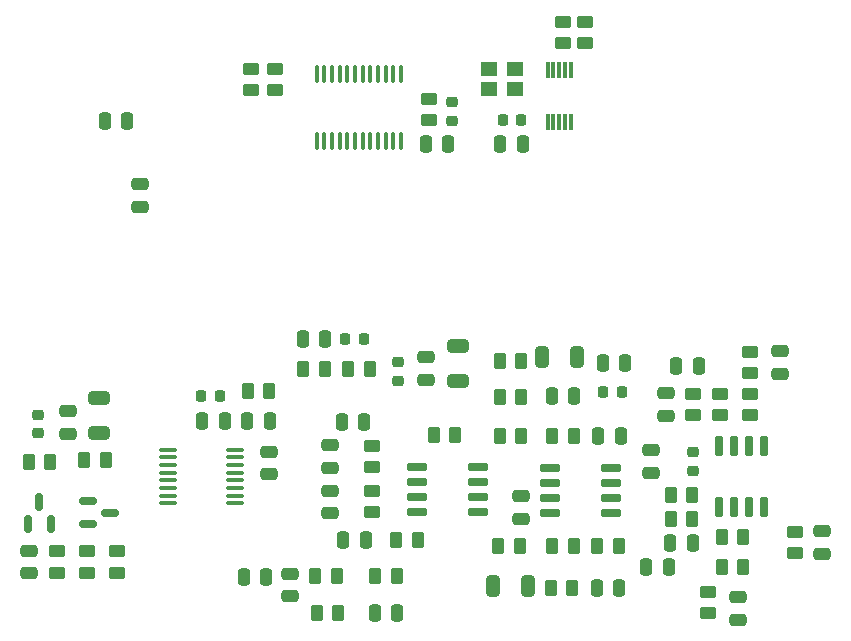
<source format=gbr>
%TF.GenerationSoftware,KiCad,Pcbnew,(6.0.9)*%
%TF.CreationDate,2023-05-20T11:21:48+02:00*%
%TF.ProjectId,sdrt41,73647274-3431-42e6-9b69-6361645f7063,rev?*%
%TF.SameCoordinates,Original*%
%TF.FileFunction,Paste,Top*%
%TF.FilePolarity,Positive*%
%FSLAX46Y46*%
G04 Gerber Fmt 4.6, Leading zero omitted, Abs format (unit mm)*
G04 Created by KiCad (PCBNEW (6.0.9)) date 2023-05-20 11:21:48*
%MOMM*%
%LPD*%
G01*
G04 APERTURE LIST*
G04 Aperture macros list*
%AMRoundRect*
0 Rectangle with rounded corners*
0 $1 Rounding radius*
0 $2 $3 $4 $5 $6 $7 $8 $9 X,Y pos of 4 corners*
0 Add a 4 corners polygon primitive as box body*
4,1,4,$2,$3,$4,$5,$6,$7,$8,$9,$2,$3,0*
0 Add four circle primitives for the rounded corners*
1,1,$1+$1,$2,$3*
1,1,$1+$1,$4,$5*
1,1,$1+$1,$6,$7*
1,1,$1+$1,$8,$9*
0 Add four rect primitives between the rounded corners*
20,1,$1+$1,$2,$3,$4,$5,0*
20,1,$1+$1,$4,$5,$6,$7,0*
20,1,$1+$1,$6,$7,$8,$9,0*
20,1,$1+$1,$8,$9,$2,$3,0*%
G04 Aperture macros list end*
%ADD10RoundRect,0.250000X-0.450000X0.262500X-0.450000X-0.262500X0.450000X-0.262500X0.450000X0.262500X0*%
%ADD11RoundRect,0.250000X-0.475000X0.250000X-0.475000X-0.250000X0.475000X-0.250000X0.475000X0.250000X0*%
%ADD12RoundRect,0.250000X0.475000X-0.250000X0.475000X0.250000X-0.475000X0.250000X-0.475000X-0.250000X0*%
%ADD13RoundRect,0.250000X-0.262500X-0.450000X0.262500X-0.450000X0.262500X0.450000X-0.262500X0.450000X0*%
%ADD14RoundRect,0.250000X0.325000X0.650000X-0.325000X0.650000X-0.325000X-0.650000X0.325000X-0.650000X0*%
%ADD15RoundRect,0.250000X0.262500X0.450000X-0.262500X0.450000X-0.262500X-0.450000X0.262500X-0.450000X0*%
%ADD16RoundRect,0.250000X-0.650000X0.325000X-0.650000X-0.325000X0.650000X-0.325000X0.650000X0.325000X0*%
%ADD17RoundRect,0.250000X-0.250000X-0.475000X0.250000X-0.475000X0.250000X0.475000X-0.250000X0.475000X0*%
%ADD18RoundRect,0.250000X0.250000X0.475000X-0.250000X0.475000X-0.250000X-0.475000X0.250000X-0.475000X0*%
%ADD19R,0.300000X1.400000*%
%ADD20RoundRect,0.150000X0.150000X-0.587500X0.150000X0.587500X-0.150000X0.587500X-0.150000X-0.587500X0*%
%ADD21RoundRect,0.218750X0.218750X0.256250X-0.218750X0.256250X-0.218750X-0.256250X0.218750X-0.256250X0*%
%ADD22RoundRect,0.250000X0.450000X-0.262500X0.450000X0.262500X-0.450000X0.262500X-0.450000X-0.262500X0*%
%ADD23RoundRect,0.218750X-0.256250X0.218750X-0.256250X-0.218750X0.256250X-0.218750X0.256250X0.218750X0*%
%ADD24RoundRect,0.150000X0.150000X-0.725000X0.150000X0.725000X-0.150000X0.725000X-0.150000X-0.725000X0*%
%ADD25RoundRect,0.100000X-0.637500X-0.100000X0.637500X-0.100000X0.637500X0.100000X-0.637500X0.100000X0*%
%ADD26R,1.400000X1.200000*%
%ADD27RoundRect,0.250000X-0.325000X-0.650000X0.325000X-0.650000X0.325000X0.650000X-0.325000X0.650000X0*%
%ADD28RoundRect,0.150000X-0.725000X-0.150000X0.725000X-0.150000X0.725000X0.150000X-0.725000X0.150000X0*%
%ADD29RoundRect,0.218750X-0.218750X-0.256250X0.218750X-0.256250X0.218750X0.256250X-0.218750X0.256250X0*%
%ADD30RoundRect,0.150000X0.725000X0.150000X-0.725000X0.150000X-0.725000X-0.150000X0.725000X-0.150000X0*%
%ADD31RoundRect,0.100000X-0.100000X0.637500X-0.100000X-0.637500X0.100000X-0.637500X0.100000X0.637500X0*%
%ADD32RoundRect,0.150000X-0.587500X-0.150000X0.587500X-0.150000X0.587500X0.150000X-0.587500X0.150000X0*%
G04 APERTURE END LIST*
D10*
%TO.C,R18*%
X96520000Y-64850000D03*
X96520000Y-66675000D03*
%TD*%
%TO.C,R15*%
X98425000Y-64850000D03*
X98425000Y-66675000D03*
%TD*%
D11*
%TO.C,C37*%
X118491000Y-108016000D03*
X118491000Y-109916000D03*
%TD*%
D12*
%TO.C,C6*%
X51308000Y-111567000D03*
X51308000Y-109667000D03*
%TD*%
D13*
%TO.C,R19*%
X74525500Y-94234000D03*
X76350500Y-94234000D03*
%TD*%
D14*
%TO.C,C11*%
X97741000Y-93218000D03*
X94791000Y-93218000D03*
%TD*%
D15*
%TO.C,R38*%
X107465500Y-106934000D03*
X105640500Y-106934000D03*
%TD*%
D16*
%TO.C,C2*%
X57277000Y-96696000D03*
X57277000Y-99646000D03*
%TD*%
D13*
%TO.C,R4*%
X55983500Y-101981000D03*
X57808500Y-101981000D03*
%TD*%
D15*
%TO.C,R17*%
X77493500Y-114935000D03*
X75668500Y-114935000D03*
%TD*%
D17*
%TO.C,C10*%
X65979000Y-98679000D03*
X67879000Y-98679000D03*
%TD*%
D18*
%TO.C,C20*%
X101788000Y-93726000D03*
X99888000Y-93726000D03*
%TD*%
D17*
%TO.C,C29*%
X95570000Y-96520000D03*
X97470000Y-96520000D03*
%TD*%
D19*
%TO.C,U6*%
X97224289Y-68948887D03*
X96724289Y-68948887D03*
X96224289Y-68948887D03*
X95724289Y-68948887D03*
X95224289Y-68948887D03*
X95224289Y-73348887D03*
X95724289Y-73348887D03*
X96224289Y-73348887D03*
X96724289Y-73348887D03*
X97224289Y-73348887D03*
%TD*%
D20*
%TO.C,Q1*%
X51247000Y-107363500D03*
X53147000Y-107363500D03*
X52197000Y-105488500D03*
%TD*%
D17*
%TO.C,C18*%
X91226497Y-75184000D03*
X93126497Y-75184000D03*
%TD*%
D21*
%TO.C,L6*%
X101498500Y-96215200D03*
X99923500Y-96215200D03*
%TD*%
D11*
%TO.C,C15*%
X71628000Y-101285000D03*
X71628000Y-103185000D03*
%TD*%
D18*
%TO.C,C21*%
X79690000Y-98740000D03*
X77790000Y-98740000D03*
%TD*%
D16*
%TO.C,C26*%
X87630000Y-92300000D03*
X87630000Y-95250000D03*
%TD*%
D18*
%TO.C,C7*%
X59624000Y-73279000D03*
X57724000Y-73279000D03*
%TD*%
D13*
%TO.C,R37*%
X105640500Y-104902000D03*
X107465500Y-104902000D03*
%TD*%
D15*
%TO.C,R22*%
X92884000Y-109220000D03*
X91059000Y-109220000D03*
%TD*%
D22*
%TO.C,R33*%
X108839000Y-114958500D03*
X108839000Y-113133500D03*
%TD*%
D15*
%TO.C,R25*%
X97432500Y-99949000D03*
X95607500Y-99949000D03*
%TD*%
D22*
%TO.C,R6*%
X70104000Y-70675880D03*
X70104000Y-68850880D03*
%TD*%
D17*
%TO.C,C23*%
X80584000Y-114935000D03*
X82484000Y-114935000D03*
%TD*%
D23*
%TO.C,L8*%
X107569000Y-101320500D03*
X107569000Y-102895500D03*
%TD*%
D15*
%TO.C,R13*%
X84224500Y-108712000D03*
X82399500Y-108712000D03*
%TD*%
D23*
%TO.C,L4*%
X82550000Y-93700500D03*
X82550000Y-95275500D03*
%TD*%
D21*
%TO.C,L7*%
X79682500Y-91700000D03*
X78107500Y-91700000D03*
%TD*%
D11*
%TO.C,C13*%
X76835000Y-104587000D03*
X76835000Y-106487000D03*
%TD*%
D22*
%TO.C,R11*%
X80391000Y-102573500D03*
X80391000Y-100748500D03*
%TD*%
D12*
%TO.C,C38*%
X105283000Y-98232000D03*
X105283000Y-96332000D03*
%TD*%
D13*
%TO.C,R31*%
X99417500Y-109220000D03*
X101242500Y-109220000D03*
%TD*%
D17*
%TO.C,C33*%
X106111000Y-93980000D03*
X108011000Y-93980000D03*
%TD*%
D13*
%TO.C,R27*%
X91162500Y-96647000D03*
X92987500Y-96647000D03*
%TD*%
%TO.C,R32*%
X91162500Y-93599000D03*
X92987500Y-93599000D03*
%TD*%
%TO.C,R24*%
X95480500Y-112776000D03*
X97305500Y-112776000D03*
%TD*%
D17*
%TO.C,C17*%
X77917000Y-108773000D03*
X79817000Y-108773000D03*
%TD*%
D23*
%TO.C,L1*%
X52070000Y-98145500D03*
X52070000Y-99720500D03*
%TD*%
D12*
%TO.C,C22*%
X73380600Y-113522800D03*
X73380600Y-111622800D03*
%TD*%
D24*
%TO.C,U8*%
X109728000Y-105953000D03*
X110998000Y-105953000D03*
X112268000Y-105953000D03*
X113538000Y-105953000D03*
X113538000Y-100803000D03*
X112268000Y-100803000D03*
X110998000Y-100803000D03*
X109728000Y-100803000D03*
%TD*%
D22*
%TO.C,R36*%
X112395000Y-98194500D03*
X112395000Y-96369500D03*
%TD*%
D25*
%TO.C,U4*%
X63050500Y-101103000D03*
X63050500Y-101753000D03*
X63050500Y-102403000D03*
X63050500Y-103053000D03*
X63050500Y-103703000D03*
X63050500Y-104353000D03*
X63050500Y-105003000D03*
X63050500Y-105653000D03*
X68775500Y-105653000D03*
X68775500Y-105003000D03*
X68775500Y-104353000D03*
X68775500Y-103703000D03*
X68775500Y-103053000D03*
X68775500Y-102403000D03*
X68775500Y-101753000D03*
X68775500Y-101103000D03*
%TD*%
D23*
%TO.C,L2*%
X87122000Y-71653300D03*
X87122000Y-73228300D03*
%TD*%
D18*
%TO.C,C9*%
X86802000Y-75184000D03*
X84902000Y-75184000D03*
%TD*%
D10*
%TO.C,R42*%
X107569000Y-96369500D03*
X107569000Y-98194500D03*
%TD*%
D15*
%TO.C,R35*%
X111783500Y-110998000D03*
X109958500Y-110998000D03*
%TD*%
D13*
%TO.C,R3*%
X51284500Y-102108000D03*
X53109500Y-102108000D03*
%TD*%
D12*
%TO.C,C35*%
X111379000Y-115504000D03*
X111379000Y-113604000D03*
%TD*%
D11*
%TO.C,C34*%
X114935000Y-92776000D03*
X114935000Y-94676000D03*
%TD*%
D15*
%TO.C,R12*%
X77366500Y-111760000D03*
X75541500Y-111760000D03*
%TD*%
%TO.C,R28*%
X97432500Y-109220000D03*
X95607500Y-109220000D03*
%TD*%
D22*
%TO.C,R5*%
X56261000Y-111529500D03*
X56261000Y-109704500D03*
%TD*%
D26*
%TO.C,Y1*%
X92498291Y-68901889D03*
X90298291Y-68901889D03*
X90298291Y-70601889D03*
X92498291Y-70601889D03*
%TD*%
D11*
%TO.C,C14*%
X76835000Y-100711000D03*
X76835000Y-102611000D03*
%TD*%
D17*
%TO.C,C31*%
X103571000Y-110998000D03*
X105471000Y-110998000D03*
%TD*%
D27*
%TO.C,C25*%
X90600000Y-112649000D03*
X93550000Y-112649000D03*
%TD*%
D18*
%TO.C,C16*%
X71384200Y-111861600D03*
X69484200Y-111861600D03*
%TD*%
D28*
%TO.C,U7*%
X95469000Y-102616000D03*
X95469000Y-103886000D03*
X95469000Y-105156000D03*
X95469000Y-106426000D03*
X100619000Y-106426000D03*
X100619000Y-105156000D03*
X100619000Y-103886000D03*
X100619000Y-102616000D03*
%TD*%
D15*
%TO.C,R10*%
X71651500Y-96139000D03*
X69826500Y-96139000D03*
%TD*%
D11*
%TO.C,C12*%
X84963000Y-93284000D03*
X84963000Y-95184000D03*
%TD*%
D10*
%TO.C,R41*%
X116205000Y-108053500D03*
X116205000Y-109878500D03*
%TD*%
D22*
%TO.C,R9*%
X80391000Y-106383500D03*
X80391000Y-104558500D03*
%TD*%
D15*
%TO.C,R21*%
X92987500Y-99949000D03*
X91162500Y-99949000D03*
%TD*%
D29*
%TO.C,L3*%
X65887500Y-96520000D03*
X67462500Y-96520000D03*
%TD*%
D13*
%TO.C,R20*%
X78335500Y-94234000D03*
X80160500Y-94234000D03*
%TD*%
D12*
%TO.C,C8*%
X60706000Y-80513000D03*
X60706000Y-78613000D03*
%TD*%
D10*
%TO.C,R34*%
X112395000Y-92813500D03*
X112395000Y-94638500D03*
%TD*%
D11*
%TO.C,C32*%
X104013000Y-101158000D03*
X104013000Y-103058000D03*
%TD*%
D10*
%TO.C,R7*%
X85191600Y-71375900D03*
X85191600Y-73200900D03*
%TD*%
D13*
%TO.C,R14*%
X85574500Y-99822000D03*
X87399500Y-99822000D03*
%TD*%
D18*
%TO.C,C28*%
X101280000Y-112776000D03*
X99380000Y-112776000D03*
%TD*%
D30*
%TO.C,U5*%
X89316000Y-106360000D03*
X89316000Y-105090000D03*
X89316000Y-103820000D03*
X89316000Y-102550000D03*
X84166000Y-102550000D03*
X84166000Y-103820000D03*
X84166000Y-105090000D03*
X84166000Y-106360000D03*
%TD*%
D11*
%TO.C,C5*%
X54610000Y-97856000D03*
X54610000Y-99756000D03*
%TD*%
D10*
%TO.C,R1*%
X53721000Y-109704500D03*
X53721000Y-111529500D03*
%TD*%
D17*
%TO.C,C36*%
X105603000Y-108966000D03*
X107503000Y-108966000D03*
%TD*%
D31*
%TO.C,U3*%
X82823000Y-69273500D03*
X82173000Y-69273500D03*
X81523000Y-69273500D03*
X80873000Y-69273500D03*
X80223000Y-69273500D03*
X79573000Y-69273500D03*
X78923000Y-69273500D03*
X78273000Y-69273500D03*
X77623000Y-69273500D03*
X76973000Y-69273500D03*
X76323000Y-69273500D03*
X75673000Y-69273500D03*
X75673000Y-74998500D03*
X76323000Y-74998500D03*
X76973000Y-74998500D03*
X77623000Y-74998500D03*
X78273000Y-74998500D03*
X78923000Y-74998500D03*
X79573000Y-74998500D03*
X80223000Y-74998500D03*
X80873000Y-74998500D03*
X81523000Y-74998500D03*
X82173000Y-74998500D03*
X82823000Y-74998500D03*
%TD*%
D22*
%TO.C,R40*%
X109855000Y-98194500D03*
X109855000Y-96369500D03*
%TD*%
D13*
%TO.C,R39*%
X109958500Y-108458000D03*
X111783500Y-108458000D03*
%TD*%
D15*
%TO.C,R16*%
X82446500Y-111760000D03*
X80621500Y-111760000D03*
%TD*%
D22*
%TO.C,R2*%
X72136000Y-70675880D03*
X72136000Y-68850880D03*
%TD*%
D17*
%TO.C,C19*%
X69789000Y-98679000D03*
X71689000Y-98679000D03*
%TD*%
%TO.C,C24*%
X74488000Y-91694000D03*
X76388000Y-91694000D03*
%TD*%
D22*
%TO.C,R8*%
X58801000Y-111529500D03*
X58801000Y-109704500D03*
%TD*%
D32*
%TO.C,Q2*%
X56339500Y-105476000D03*
X56339500Y-107376000D03*
X58214500Y-106426000D03*
%TD*%
D12*
%TO.C,C30*%
X92964000Y-106934000D03*
X92964000Y-105034000D03*
%TD*%
D29*
%TO.C,L5*%
X91414500Y-73180891D03*
X92989500Y-73180891D03*
%TD*%
D18*
%TO.C,C27*%
X101407000Y-99949000D03*
X99507000Y-99949000D03*
%TD*%
M02*

</source>
